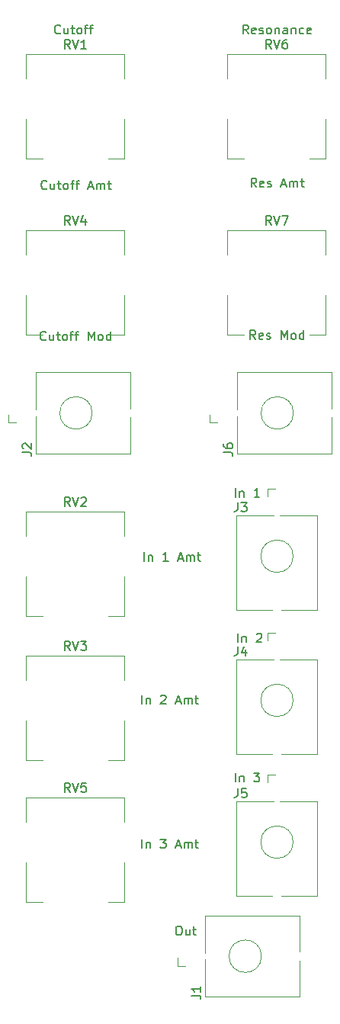
<source format=gbr>
G04 #@! TF.GenerationSoftware,KiCad,Pcbnew,(5.1.4-0-10_14)*
G04 #@! TF.CreationDate,2019-10-08T20:58:21-07:00*
G04 #@! TF.ProjectId,VCF_IO,5643465f-494f-42e6-9b69-6361645f7063,rev?*
G04 #@! TF.SameCoordinates,Original*
G04 #@! TF.FileFunction,Legend,Top*
G04 #@! TF.FilePolarity,Positive*
%FSLAX46Y46*%
G04 Gerber Fmt 4.6, Leading zero omitted, Abs format (unit mm)*
G04 Created by KiCad (PCBNEW (5.1.4-0-10_14)) date 2019-10-08 20:58:21*
%MOMM*%
%LPD*%
G04 APERTURE LIST*
%ADD10C,0.150000*%
%ADD11C,0.120000*%
G04 APERTURE END LIST*
D10*
X84002666Y-151598380D02*
X84193142Y-151598380D01*
X84288380Y-151646000D01*
X84383619Y-151741238D01*
X84431238Y-151931714D01*
X84431238Y-152265047D01*
X84383619Y-152455523D01*
X84288380Y-152550761D01*
X84193142Y-152598380D01*
X84002666Y-152598380D01*
X83907428Y-152550761D01*
X83812190Y-152455523D01*
X83764571Y-152265047D01*
X83764571Y-151931714D01*
X83812190Y-151741238D01*
X83907428Y-151646000D01*
X84002666Y-151598380D01*
X85288380Y-151931714D02*
X85288380Y-152598380D01*
X84859809Y-151931714D02*
X84859809Y-152455523D01*
X84907428Y-152550761D01*
X85002666Y-152598380D01*
X85145523Y-152598380D01*
X85240761Y-152550761D01*
X85288380Y-152503142D01*
X85621714Y-151931714D02*
X86002666Y-151931714D01*
X85764571Y-151598380D02*
X85764571Y-152455523D01*
X85812190Y-152550761D01*
X85907428Y-152598380D01*
X86002666Y-152598380D01*
X90384476Y-135580380D02*
X90384476Y-134580380D01*
X90860666Y-134913714D02*
X90860666Y-135580380D01*
X90860666Y-135008952D02*
X90908285Y-134961333D01*
X91003523Y-134913714D01*
X91146380Y-134913714D01*
X91241619Y-134961333D01*
X91289238Y-135056571D01*
X91289238Y-135580380D01*
X92432095Y-134580380D02*
X93051142Y-134580380D01*
X92717809Y-134961333D01*
X92860666Y-134961333D01*
X92955904Y-135008952D01*
X93003523Y-135056571D01*
X93051142Y-135151809D01*
X93051142Y-135389904D01*
X93003523Y-135485142D01*
X92955904Y-135532761D01*
X92860666Y-135580380D01*
X92574952Y-135580380D01*
X92479714Y-135532761D01*
X92432095Y-135485142D01*
X90638476Y-120086380D02*
X90638476Y-119086380D01*
X91114666Y-119419714D02*
X91114666Y-120086380D01*
X91114666Y-119514952D02*
X91162285Y-119467333D01*
X91257523Y-119419714D01*
X91400380Y-119419714D01*
X91495619Y-119467333D01*
X91543238Y-119562571D01*
X91543238Y-120086380D01*
X92733714Y-119181619D02*
X92781333Y-119134000D01*
X92876571Y-119086380D01*
X93114666Y-119086380D01*
X93209904Y-119134000D01*
X93257523Y-119181619D01*
X93305142Y-119276857D01*
X93305142Y-119372095D01*
X93257523Y-119514952D01*
X92686095Y-120086380D01*
X93305142Y-120086380D01*
X90384476Y-103957380D02*
X90384476Y-102957380D01*
X90860666Y-103290714D02*
X90860666Y-103957380D01*
X90860666Y-103385952D02*
X90908285Y-103338333D01*
X91003523Y-103290714D01*
X91146380Y-103290714D01*
X91241619Y-103338333D01*
X91289238Y-103433571D01*
X91289238Y-103957380D01*
X93051142Y-103957380D02*
X92479714Y-103957380D01*
X92765428Y-103957380D02*
X92765428Y-102957380D01*
X92670190Y-103100238D01*
X92574952Y-103195476D01*
X92479714Y-103243095D01*
X79986571Y-142946380D02*
X79986571Y-141946380D01*
X80462761Y-142279714D02*
X80462761Y-142946380D01*
X80462761Y-142374952D02*
X80510380Y-142327333D01*
X80605619Y-142279714D01*
X80748476Y-142279714D01*
X80843714Y-142327333D01*
X80891333Y-142422571D01*
X80891333Y-142946380D01*
X82034190Y-141946380D02*
X82653238Y-141946380D01*
X82319904Y-142327333D01*
X82462761Y-142327333D01*
X82558000Y-142374952D01*
X82605619Y-142422571D01*
X82653238Y-142517809D01*
X82653238Y-142755904D01*
X82605619Y-142851142D01*
X82558000Y-142898761D01*
X82462761Y-142946380D01*
X82177047Y-142946380D01*
X82081809Y-142898761D01*
X82034190Y-142851142D01*
X83796095Y-142660666D02*
X84272285Y-142660666D01*
X83700857Y-142946380D02*
X84034190Y-141946380D01*
X84367523Y-142946380D01*
X84700857Y-142946380D02*
X84700857Y-142279714D01*
X84700857Y-142374952D02*
X84748476Y-142327333D01*
X84843714Y-142279714D01*
X84986571Y-142279714D01*
X85081809Y-142327333D01*
X85129428Y-142422571D01*
X85129428Y-142946380D01*
X85129428Y-142422571D02*
X85177047Y-142327333D01*
X85272285Y-142279714D01*
X85415142Y-142279714D01*
X85510380Y-142327333D01*
X85558000Y-142422571D01*
X85558000Y-142946380D01*
X85891333Y-142279714D02*
X86272285Y-142279714D01*
X86034190Y-141946380D02*
X86034190Y-142803523D01*
X86081809Y-142898761D01*
X86177047Y-142946380D01*
X86272285Y-142946380D01*
X79986571Y-126944380D02*
X79986571Y-125944380D01*
X80462761Y-126277714D02*
X80462761Y-126944380D01*
X80462761Y-126372952D02*
X80510380Y-126325333D01*
X80605619Y-126277714D01*
X80748476Y-126277714D01*
X80843714Y-126325333D01*
X80891333Y-126420571D01*
X80891333Y-126944380D01*
X82081809Y-126039619D02*
X82129428Y-125992000D01*
X82224666Y-125944380D01*
X82462761Y-125944380D01*
X82558000Y-125992000D01*
X82605619Y-126039619D01*
X82653238Y-126134857D01*
X82653238Y-126230095D01*
X82605619Y-126372952D01*
X82034190Y-126944380D01*
X82653238Y-126944380D01*
X83796095Y-126658666D02*
X84272285Y-126658666D01*
X83700857Y-126944380D02*
X84034190Y-125944380D01*
X84367523Y-126944380D01*
X84700857Y-126944380D02*
X84700857Y-126277714D01*
X84700857Y-126372952D02*
X84748476Y-126325333D01*
X84843714Y-126277714D01*
X84986571Y-126277714D01*
X85081809Y-126325333D01*
X85129428Y-126420571D01*
X85129428Y-126944380D01*
X85129428Y-126420571D02*
X85177047Y-126325333D01*
X85272285Y-126277714D01*
X85415142Y-126277714D01*
X85510380Y-126325333D01*
X85558000Y-126420571D01*
X85558000Y-126944380D01*
X85891333Y-126277714D02*
X86272285Y-126277714D01*
X86034190Y-125944380D02*
X86034190Y-126801523D01*
X86081809Y-126896761D01*
X86177047Y-126944380D01*
X86272285Y-126944380D01*
X80240571Y-111069380D02*
X80240571Y-110069380D01*
X80716761Y-110402714D02*
X80716761Y-111069380D01*
X80716761Y-110497952D02*
X80764380Y-110450333D01*
X80859619Y-110402714D01*
X81002476Y-110402714D01*
X81097714Y-110450333D01*
X81145333Y-110545571D01*
X81145333Y-111069380D01*
X82907238Y-111069380D02*
X82335809Y-111069380D01*
X82621523Y-111069380D02*
X82621523Y-110069380D01*
X82526285Y-110212238D01*
X82431047Y-110307476D01*
X82335809Y-110355095D01*
X84050095Y-110783666D02*
X84526285Y-110783666D01*
X83954857Y-111069380D02*
X84288190Y-110069380D01*
X84621523Y-111069380D01*
X84954857Y-111069380D02*
X84954857Y-110402714D01*
X84954857Y-110497952D02*
X85002476Y-110450333D01*
X85097714Y-110402714D01*
X85240571Y-110402714D01*
X85335809Y-110450333D01*
X85383428Y-110545571D01*
X85383428Y-111069380D01*
X85383428Y-110545571D02*
X85431047Y-110450333D01*
X85526285Y-110402714D01*
X85669142Y-110402714D01*
X85764380Y-110450333D01*
X85812000Y-110545571D01*
X85812000Y-111069380D01*
X86145333Y-110402714D02*
X86526285Y-110402714D01*
X86288190Y-110069380D02*
X86288190Y-110926523D01*
X86335809Y-111021761D01*
X86431047Y-111069380D01*
X86526285Y-111069380D01*
X92615047Y-86431380D02*
X92281714Y-85955190D01*
X92043619Y-86431380D02*
X92043619Y-85431380D01*
X92424571Y-85431380D01*
X92519809Y-85479000D01*
X92567428Y-85526619D01*
X92615047Y-85621857D01*
X92615047Y-85764714D01*
X92567428Y-85859952D01*
X92519809Y-85907571D01*
X92424571Y-85955190D01*
X92043619Y-85955190D01*
X93424571Y-86383761D02*
X93329333Y-86431380D01*
X93138857Y-86431380D01*
X93043619Y-86383761D01*
X92996000Y-86288523D01*
X92996000Y-85907571D01*
X93043619Y-85812333D01*
X93138857Y-85764714D01*
X93329333Y-85764714D01*
X93424571Y-85812333D01*
X93472190Y-85907571D01*
X93472190Y-86002809D01*
X92996000Y-86098047D01*
X93853142Y-86383761D02*
X93948380Y-86431380D01*
X94138857Y-86431380D01*
X94234095Y-86383761D01*
X94281714Y-86288523D01*
X94281714Y-86240904D01*
X94234095Y-86145666D01*
X94138857Y-86098047D01*
X93996000Y-86098047D01*
X93900761Y-86050428D01*
X93853142Y-85955190D01*
X93853142Y-85907571D01*
X93900761Y-85812333D01*
X93996000Y-85764714D01*
X94138857Y-85764714D01*
X94234095Y-85812333D01*
X95472190Y-86431380D02*
X95472190Y-85431380D01*
X95805523Y-86145666D01*
X96138857Y-85431380D01*
X96138857Y-86431380D01*
X96757904Y-86431380D02*
X96662666Y-86383761D01*
X96615047Y-86336142D01*
X96567428Y-86240904D01*
X96567428Y-85955190D01*
X96615047Y-85859952D01*
X96662666Y-85812333D01*
X96757904Y-85764714D01*
X96900761Y-85764714D01*
X96996000Y-85812333D01*
X97043619Y-85859952D01*
X97091238Y-85955190D01*
X97091238Y-86240904D01*
X97043619Y-86336142D01*
X96996000Y-86383761D01*
X96900761Y-86431380D01*
X96757904Y-86431380D01*
X97948380Y-86431380D02*
X97948380Y-85431380D01*
X97948380Y-86383761D02*
X97853142Y-86431380D01*
X97662666Y-86431380D01*
X97567428Y-86383761D01*
X97519809Y-86336142D01*
X97472190Y-86240904D01*
X97472190Y-85955190D01*
X97519809Y-85859952D01*
X97567428Y-85812333D01*
X97662666Y-85764714D01*
X97853142Y-85764714D01*
X97948380Y-85812333D01*
X92710285Y-69540380D02*
X92376952Y-69064190D01*
X92138857Y-69540380D02*
X92138857Y-68540380D01*
X92519809Y-68540380D01*
X92615047Y-68588000D01*
X92662666Y-68635619D01*
X92710285Y-68730857D01*
X92710285Y-68873714D01*
X92662666Y-68968952D01*
X92615047Y-69016571D01*
X92519809Y-69064190D01*
X92138857Y-69064190D01*
X93519809Y-69492761D02*
X93424571Y-69540380D01*
X93234095Y-69540380D01*
X93138857Y-69492761D01*
X93091238Y-69397523D01*
X93091238Y-69016571D01*
X93138857Y-68921333D01*
X93234095Y-68873714D01*
X93424571Y-68873714D01*
X93519809Y-68921333D01*
X93567428Y-69016571D01*
X93567428Y-69111809D01*
X93091238Y-69207047D01*
X93948380Y-69492761D02*
X94043619Y-69540380D01*
X94234095Y-69540380D01*
X94329333Y-69492761D01*
X94376952Y-69397523D01*
X94376952Y-69349904D01*
X94329333Y-69254666D01*
X94234095Y-69207047D01*
X94091238Y-69207047D01*
X93996000Y-69159428D01*
X93948380Y-69064190D01*
X93948380Y-69016571D01*
X93996000Y-68921333D01*
X94091238Y-68873714D01*
X94234095Y-68873714D01*
X94329333Y-68921333D01*
X95519809Y-69254666D02*
X95996000Y-69254666D01*
X95424571Y-69540380D02*
X95757904Y-68540380D01*
X96091238Y-69540380D01*
X96424571Y-69540380D02*
X96424571Y-68873714D01*
X96424571Y-68968952D02*
X96472190Y-68921333D01*
X96567428Y-68873714D01*
X96710285Y-68873714D01*
X96805523Y-68921333D01*
X96853142Y-69016571D01*
X96853142Y-69540380D01*
X96853142Y-69016571D02*
X96900761Y-68921333D01*
X96996000Y-68873714D01*
X97138857Y-68873714D01*
X97234095Y-68921333D01*
X97281714Y-69016571D01*
X97281714Y-69540380D01*
X97615047Y-68873714D02*
X97996000Y-68873714D01*
X97757904Y-68540380D02*
X97757904Y-69397523D01*
X97805523Y-69492761D01*
X97900761Y-69540380D01*
X97996000Y-69540380D01*
X91805523Y-52522380D02*
X91472190Y-52046190D01*
X91234095Y-52522380D02*
X91234095Y-51522380D01*
X91615047Y-51522380D01*
X91710285Y-51570000D01*
X91757904Y-51617619D01*
X91805523Y-51712857D01*
X91805523Y-51855714D01*
X91757904Y-51950952D01*
X91710285Y-51998571D01*
X91615047Y-52046190D01*
X91234095Y-52046190D01*
X92615047Y-52474761D02*
X92519809Y-52522380D01*
X92329333Y-52522380D01*
X92234095Y-52474761D01*
X92186476Y-52379523D01*
X92186476Y-51998571D01*
X92234095Y-51903333D01*
X92329333Y-51855714D01*
X92519809Y-51855714D01*
X92615047Y-51903333D01*
X92662666Y-51998571D01*
X92662666Y-52093809D01*
X92186476Y-52189047D01*
X93043619Y-52474761D02*
X93138857Y-52522380D01*
X93329333Y-52522380D01*
X93424571Y-52474761D01*
X93472190Y-52379523D01*
X93472190Y-52331904D01*
X93424571Y-52236666D01*
X93329333Y-52189047D01*
X93186476Y-52189047D01*
X93091238Y-52141428D01*
X93043619Y-52046190D01*
X93043619Y-51998571D01*
X93091238Y-51903333D01*
X93186476Y-51855714D01*
X93329333Y-51855714D01*
X93424571Y-51903333D01*
X94043619Y-52522380D02*
X93948380Y-52474761D01*
X93900761Y-52427142D01*
X93853142Y-52331904D01*
X93853142Y-52046190D01*
X93900761Y-51950952D01*
X93948380Y-51903333D01*
X94043619Y-51855714D01*
X94186476Y-51855714D01*
X94281714Y-51903333D01*
X94329333Y-51950952D01*
X94376952Y-52046190D01*
X94376952Y-52331904D01*
X94329333Y-52427142D01*
X94281714Y-52474761D01*
X94186476Y-52522380D01*
X94043619Y-52522380D01*
X94805523Y-51855714D02*
X94805523Y-52522380D01*
X94805523Y-51950952D02*
X94853142Y-51903333D01*
X94948380Y-51855714D01*
X95091238Y-51855714D01*
X95186476Y-51903333D01*
X95234095Y-51998571D01*
X95234095Y-52522380D01*
X96138857Y-52522380D02*
X96138857Y-51998571D01*
X96091238Y-51903333D01*
X95996000Y-51855714D01*
X95805523Y-51855714D01*
X95710285Y-51903333D01*
X96138857Y-52474761D02*
X96043619Y-52522380D01*
X95805523Y-52522380D01*
X95710285Y-52474761D01*
X95662666Y-52379523D01*
X95662666Y-52284285D01*
X95710285Y-52189047D01*
X95805523Y-52141428D01*
X96043619Y-52141428D01*
X96138857Y-52093809D01*
X96615047Y-51855714D02*
X96615047Y-52522380D01*
X96615047Y-51950952D02*
X96662666Y-51903333D01*
X96757904Y-51855714D01*
X96900761Y-51855714D01*
X96996000Y-51903333D01*
X97043619Y-51998571D01*
X97043619Y-52522380D01*
X97948380Y-52474761D02*
X97853142Y-52522380D01*
X97662666Y-52522380D01*
X97567428Y-52474761D01*
X97519809Y-52427142D01*
X97472190Y-52331904D01*
X97472190Y-52046190D01*
X97519809Y-51950952D01*
X97567428Y-51903333D01*
X97662666Y-51855714D01*
X97853142Y-51855714D01*
X97948380Y-51903333D01*
X98757904Y-52474761D02*
X98662666Y-52522380D01*
X98472190Y-52522380D01*
X98376952Y-52474761D01*
X98329333Y-52379523D01*
X98329333Y-51998571D01*
X98376952Y-51903333D01*
X98472190Y-51855714D01*
X98662666Y-51855714D01*
X98757904Y-51903333D01*
X98805523Y-51998571D01*
X98805523Y-52093809D01*
X98329333Y-52189047D01*
X69334476Y-86463142D02*
X69286857Y-86510761D01*
X69144000Y-86558380D01*
X69048761Y-86558380D01*
X68905904Y-86510761D01*
X68810666Y-86415523D01*
X68763047Y-86320285D01*
X68715428Y-86129809D01*
X68715428Y-85986952D01*
X68763047Y-85796476D01*
X68810666Y-85701238D01*
X68905904Y-85606000D01*
X69048761Y-85558380D01*
X69144000Y-85558380D01*
X69286857Y-85606000D01*
X69334476Y-85653619D01*
X70191619Y-85891714D02*
X70191619Y-86558380D01*
X69763047Y-85891714D02*
X69763047Y-86415523D01*
X69810666Y-86510761D01*
X69905904Y-86558380D01*
X70048761Y-86558380D01*
X70144000Y-86510761D01*
X70191619Y-86463142D01*
X70524952Y-85891714D02*
X70905904Y-85891714D01*
X70667809Y-85558380D02*
X70667809Y-86415523D01*
X70715428Y-86510761D01*
X70810666Y-86558380D01*
X70905904Y-86558380D01*
X71382095Y-86558380D02*
X71286857Y-86510761D01*
X71239238Y-86463142D01*
X71191619Y-86367904D01*
X71191619Y-86082190D01*
X71239238Y-85986952D01*
X71286857Y-85939333D01*
X71382095Y-85891714D01*
X71524952Y-85891714D01*
X71620190Y-85939333D01*
X71667809Y-85986952D01*
X71715428Y-86082190D01*
X71715428Y-86367904D01*
X71667809Y-86463142D01*
X71620190Y-86510761D01*
X71524952Y-86558380D01*
X71382095Y-86558380D01*
X72001142Y-85891714D02*
X72382095Y-85891714D01*
X72144000Y-86558380D02*
X72144000Y-85701238D01*
X72191619Y-85606000D01*
X72286857Y-85558380D01*
X72382095Y-85558380D01*
X72572571Y-85891714D02*
X72953523Y-85891714D01*
X72715428Y-86558380D02*
X72715428Y-85701238D01*
X72763047Y-85606000D01*
X72858285Y-85558380D01*
X72953523Y-85558380D01*
X74048761Y-86558380D02*
X74048761Y-85558380D01*
X74382095Y-86272666D01*
X74715428Y-85558380D01*
X74715428Y-86558380D01*
X75334476Y-86558380D02*
X75239238Y-86510761D01*
X75191619Y-86463142D01*
X75144000Y-86367904D01*
X75144000Y-86082190D01*
X75191619Y-85986952D01*
X75239238Y-85939333D01*
X75334476Y-85891714D01*
X75477333Y-85891714D01*
X75572571Y-85939333D01*
X75620190Y-85986952D01*
X75667809Y-86082190D01*
X75667809Y-86367904D01*
X75620190Y-86463142D01*
X75572571Y-86510761D01*
X75477333Y-86558380D01*
X75334476Y-86558380D01*
X76524952Y-86558380D02*
X76524952Y-85558380D01*
X76524952Y-86510761D02*
X76429714Y-86558380D01*
X76239238Y-86558380D01*
X76144000Y-86510761D01*
X76096380Y-86463142D01*
X76048761Y-86367904D01*
X76048761Y-86082190D01*
X76096380Y-85986952D01*
X76144000Y-85939333D01*
X76239238Y-85891714D01*
X76429714Y-85891714D01*
X76524952Y-85939333D01*
X69429714Y-69699142D02*
X69382095Y-69746761D01*
X69239238Y-69794380D01*
X69144000Y-69794380D01*
X69001142Y-69746761D01*
X68905904Y-69651523D01*
X68858285Y-69556285D01*
X68810666Y-69365809D01*
X68810666Y-69222952D01*
X68858285Y-69032476D01*
X68905904Y-68937238D01*
X69001142Y-68842000D01*
X69144000Y-68794380D01*
X69239238Y-68794380D01*
X69382095Y-68842000D01*
X69429714Y-68889619D01*
X70286857Y-69127714D02*
X70286857Y-69794380D01*
X69858285Y-69127714D02*
X69858285Y-69651523D01*
X69905904Y-69746761D01*
X70001142Y-69794380D01*
X70144000Y-69794380D01*
X70239238Y-69746761D01*
X70286857Y-69699142D01*
X70620190Y-69127714D02*
X71001142Y-69127714D01*
X70763047Y-68794380D02*
X70763047Y-69651523D01*
X70810666Y-69746761D01*
X70905904Y-69794380D01*
X71001142Y-69794380D01*
X71477333Y-69794380D02*
X71382095Y-69746761D01*
X71334476Y-69699142D01*
X71286857Y-69603904D01*
X71286857Y-69318190D01*
X71334476Y-69222952D01*
X71382095Y-69175333D01*
X71477333Y-69127714D01*
X71620190Y-69127714D01*
X71715428Y-69175333D01*
X71763047Y-69222952D01*
X71810666Y-69318190D01*
X71810666Y-69603904D01*
X71763047Y-69699142D01*
X71715428Y-69746761D01*
X71620190Y-69794380D01*
X71477333Y-69794380D01*
X72096380Y-69127714D02*
X72477333Y-69127714D01*
X72239238Y-69794380D02*
X72239238Y-68937238D01*
X72286857Y-68842000D01*
X72382095Y-68794380D01*
X72477333Y-68794380D01*
X72667809Y-69127714D02*
X73048761Y-69127714D01*
X72810666Y-69794380D02*
X72810666Y-68937238D01*
X72858285Y-68842000D01*
X72953523Y-68794380D01*
X73048761Y-68794380D01*
X74096380Y-69508666D02*
X74572571Y-69508666D01*
X74001142Y-69794380D02*
X74334476Y-68794380D01*
X74667809Y-69794380D01*
X75001142Y-69794380D02*
X75001142Y-69127714D01*
X75001142Y-69222952D02*
X75048761Y-69175333D01*
X75144000Y-69127714D01*
X75286857Y-69127714D01*
X75382095Y-69175333D01*
X75429714Y-69270571D01*
X75429714Y-69794380D01*
X75429714Y-69270571D02*
X75477333Y-69175333D01*
X75572571Y-69127714D01*
X75715428Y-69127714D01*
X75810666Y-69175333D01*
X75858285Y-69270571D01*
X75858285Y-69794380D01*
X76191619Y-69127714D02*
X76572571Y-69127714D01*
X76334476Y-68794380D02*
X76334476Y-69651523D01*
X76382095Y-69746761D01*
X76477333Y-69794380D01*
X76572571Y-69794380D01*
X70937619Y-52427142D02*
X70890000Y-52474761D01*
X70747142Y-52522380D01*
X70651904Y-52522380D01*
X70509047Y-52474761D01*
X70413809Y-52379523D01*
X70366190Y-52284285D01*
X70318571Y-52093809D01*
X70318571Y-51950952D01*
X70366190Y-51760476D01*
X70413809Y-51665238D01*
X70509047Y-51570000D01*
X70651904Y-51522380D01*
X70747142Y-51522380D01*
X70890000Y-51570000D01*
X70937619Y-51617619D01*
X71794761Y-51855714D02*
X71794761Y-52522380D01*
X71366190Y-51855714D02*
X71366190Y-52379523D01*
X71413809Y-52474761D01*
X71509047Y-52522380D01*
X71651904Y-52522380D01*
X71747142Y-52474761D01*
X71794761Y-52427142D01*
X72128095Y-51855714D02*
X72509047Y-51855714D01*
X72270952Y-51522380D02*
X72270952Y-52379523D01*
X72318571Y-52474761D01*
X72413809Y-52522380D01*
X72509047Y-52522380D01*
X72985238Y-52522380D02*
X72890000Y-52474761D01*
X72842380Y-52427142D01*
X72794761Y-52331904D01*
X72794761Y-52046190D01*
X72842380Y-51950952D01*
X72890000Y-51903333D01*
X72985238Y-51855714D01*
X73128095Y-51855714D01*
X73223333Y-51903333D01*
X73270952Y-51950952D01*
X73318571Y-52046190D01*
X73318571Y-52331904D01*
X73270952Y-52427142D01*
X73223333Y-52474761D01*
X73128095Y-52522380D01*
X72985238Y-52522380D01*
X73604285Y-51855714D02*
X73985238Y-51855714D01*
X73747142Y-52522380D02*
X73747142Y-51665238D01*
X73794761Y-51570000D01*
X73890000Y-51522380D01*
X73985238Y-51522380D01*
X74175714Y-51855714D02*
X74556666Y-51855714D01*
X74318571Y-52522380D02*
X74318571Y-51665238D01*
X74366190Y-51570000D01*
X74461428Y-51522380D01*
X74556666Y-51522380D01*
D11*
X83990000Y-156000000D02*
X83990000Y-155140000D01*
X83990000Y-156000000D02*
X84790000Y-156000000D01*
X93270000Y-154940000D02*
G75*
G03X93270000Y-154940000I-1800000J0D01*
G01*
X86970000Y-155290000D02*
X86970000Y-159440000D01*
X86970000Y-150440000D02*
X86970000Y-154590000D01*
X97470000Y-155440000D02*
X97470000Y-159440000D01*
X97470000Y-150440000D02*
X97470000Y-154440000D01*
X86970000Y-150440000D02*
X97470000Y-150440000D01*
X86970000Y-159440000D02*
X97470000Y-159440000D01*
X68174000Y-99115000D02*
X78674000Y-99115000D01*
X68174000Y-90115000D02*
X78674000Y-90115000D01*
X78674000Y-90115000D02*
X78674000Y-94115000D01*
X78674000Y-95115000D02*
X78674000Y-99115000D01*
X68174000Y-90115000D02*
X68174000Y-94265000D01*
X68174000Y-94965000D02*
X68174000Y-99115000D01*
X74474000Y-94615000D02*
G75*
G03X74474000Y-94615000I-1800000J0D01*
G01*
X65194000Y-95675000D02*
X65994000Y-95675000D01*
X65194000Y-95675000D02*
X65194000Y-94815000D01*
X90496000Y-106020000D02*
X90496000Y-116520000D01*
X99496000Y-106020000D02*
X99496000Y-116520000D01*
X99496000Y-116520000D02*
X95496000Y-116520000D01*
X94496000Y-116520000D02*
X90496000Y-116520000D01*
X99496000Y-106020000D02*
X95346000Y-106020000D01*
X94646000Y-106020000D02*
X90496000Y-106020000D01*
X96796000Y-110520000D02*
G75*
G03X96796000Y-110520000I-1800000J0D01*
G01*
X93936000Y-103040000D02*
X93936000Y-103840000D01*
X93936000Y-103040000D02*
X94796000Y-103040000D01*
X93936000Y-119042000D02*
X94796000Y-119042000D01*
X93936000Y-119042000D02*
X93936000Y-119842000D01*
X96796000Y-126522000D02*
G75*
G03X96796000Y-126522000I-1800000J0D01*
G01*
X94646000Y-122022000D02*
X90496000Y-122022000D01*
X99496000Y-122022000D02*
X95346000Y-122022000D01*
X94496000Y-132522000D02*
X90496000Y-132522000D01*
X99496000Y-132522000D02*
X95496000Y-132522000D01*
X99496000Y-122022000D02*
X99496000Y-132522000D01*
X90496000Y-122022000D02*
X90496000Y-132522000D01*
X90496000Y-137770000D02*
X90496000Y-148270000D01*
X99496000Y-137770000D02*
X99496000Y-148270000D01*
X99496000Y-148270000D02*
X95496000Y-148270000D01*
X94496000Y-148270000D02*
X90496000Y-148270000D01*
X99496000Y-137770000D02*
X95346000Y-137770000D01*
X94646000Y-137770000D02*
X90496000Y-137770000D01*
X96796000Y-142270000D02*
G75*
G03X96796000Y-142270000I-1800000J0D01*
G01*
X93936000Y-134790000D02*
X93936000Y-135590000D01*
X93936000Y-134790000D02*
X94796000Y-134790000D01*
X87546000Y-95675000D02*
X87546000Y-94815000D01*
X87546000Y-95675000D02*
X88346000Y-95675000D01*
X96826000Y-94615000D02*
G75*
G03X96826000Y-94615000I-1800000J0D01*
G01*
X90526000Y-94965000D02*
X90526000Y-99115000D01*
X90526000Y-90115000D02*
X90526000Y-94265000D01*
X101026000Y-95115000D02*
X101026000Y-99115000D01*
X101026000Y-90115000D02*
X101026000Y-94115000D01*
X90526000Y-90115000D02*
X101026000Y-90115000D01*
X90526000Y-99115000D02*
X101026000Y-99115000D01*
X78074000Y-54740000D02*
X78074000Y-57460000D01*
X78074000Y-61960000D02*
X78074000Y-66330000D01*
X67134000Y-61960000D02*
X67134000Y-66330000D01*
X68954000Y-66330000D02*
X67134000Y-66330000D01*
X78074000Y-54740000D02*
X67134000Y-54740000D01*
X67134000Y-54740000D02*
X67134000Y-57460000D01*
X78074000Y-66330000D02*
X76254000Y-66330000D01*
X78074000Y-117130000D02*
X76254000Y-117130000D01*
X67134000Y-105540000D02*
X67134000Y-108260000D01*
X78074000Y-105540000D02*
X67134000Y-105540000D01*
X68954000Y-117130000D02*
X67134000Y-117130000D01*
X67134000Y-112760000D02*
X67134000Y-117130000D01*
X78074000Y-112760000D02*
X78074000Y-117130000D01*
X78074000Y-105540000D02*
X78074000Y-108260000D01*
X78074000Y-121542000D02*
X78074000Y-124262000D01*
X78074000Y-128762000D02*
X78074000Y-133132000D01*
X67134000Y-128762000D02*
X67134000Y-133132000D01*
X68954000Y-133132000D02*
X67134000Y-133132000D01*
X78074000Y-121542000D02*
X67134000Y-121542000D01*
X67134000Y-121542000D02*
X67134000Y-124262000D01*
X78074000Y-133132000D02*
X76254000Y-133132000D01*
X78074000Y-85888000D02*
X76254000Y-85888000D01*
X67134000Y-74298000D02*
X67134000Y-77018000D01*
X78074000Y-74298000D02*
X67134000Y-74298000D01*
X68954000Y-85888000D02*
X67134000Y-85888000D01*
X67134000Y-81518000D02*
X67134000Y-85888000D01*
X78074000Y-81518000D02*
X78074000Y-85888000D01*
X78074000Y-74298000D02*
X78074000Y-77018000D01*
X78074000Y-148880000D02*
X76254000Y-148880000D01*
X67134000Y-137290000D02*
X67134000Y-140010000D01*
X78074000Y-137290000D02*
X67134000Y-137290000D01*
X68954000Y-148880000D02*
X67134000Y-148880000D01*
X67134000Y-144510000D02*
X67134000Y-148880000D01*
X78074000Y-144510000D02*
X78074000Y-148880000D01*
X78074000Y-137290000D02*
X78074000Y-140010000D01*
X100426000Y-66330000D02*
X98606000Y-66330000D01*
X89486000Y-54740000D02*
X89486000Y-57460000D01*
X100426000Y-54740000D02*
X89486000Y-54740000D01*
X91306000Y-66330000D02*
X89486000Y-66330000D01*
X89486000Y-61960000D02*
X89486000Y-66330000D01*
X100426000Y-61960000D02*
X100426000Y-66330000D01*
X100426000Y-54740000D02*
X100426000Y-57460000D01*
X100426000Y-74298000D02*
X100426000Y-77018000D01*
X100426000Y-81518000D02*
X100426000Y-85888000D01*
X89486000Y-81518000D02*
X89486000Y-85888000D01*
X91306000Y-85888000D02*
X89486000Y-85888000D01*
X100426000Y-74298000D02*
X89486000Y-74298000D01*
X89486000Y-74298000D02*
X89486000Y-77018000D01*
X100426000Y-85888000D02*
X98606000Y-85888000D01*
D10*
X85522380Y-159303333D02*
X86236666Y-159303333D01*
X86379523Y-159350952D01*
X86474761Y-159446190D01*
X86522380Y-159589047D01*
X86522380Y-159684285D01*
X86522380Y-158303333D02*
X86522380Y-158874761D01*
X86522380Y-158589047D02*
X85522380Y-158589047D01*
X85665238Y-158684285D01*
X85760476Y-158779523D01*
X85808095Y-158874761D01*
X66726380Y-98978333D02*
X67440666Y-98978333D01*
X67583523Y-99025952D01*
X67678761Y-99121190D01*
X67726380Y-99264047D01*
X67726380Y-99359285D01*
X66821619Y-98549761D02*
X66774000Y-98502142D01*
X66726380Y-98406904D01*
X66726380Y-98168809D01*
X66774000Y-98073571D01*
X66821619Y-98025952D01*
X66916857Y-97978333D01*
X67012095Y-97978333D01*
X67154952Y-98025952D01*
X67726380Y-98597380D01*
X67726380Y-97978333D01*
X90632666Y-104572380D02*
X90632666Y-105286666D01*
X90585047Y-105429523D01*
X90489809Y-105524761D01*
X90346952Y-105572380D01*
X90251714Y-105572380D01*
X91013619Y-104572380D02*
X91632666Y-104572380D01*
X91299333Y-104953333D01*
X91442190Y-104953333D01*
X91537428Y-105000952D01*
X91585047Y-105048571D01*
X91632666Y-105143809D01*
X91632666Y-105381904D01*
X91585047Y-105477142D01*
X91537428Y-105524761D01*
X91442190Y-105572380D01*
X91156476Y-105572380D01*
X91061238Y-105524761D01*
X91013619Y-105477142D01*
X90632666Y-120574380D02*
X90632666Y-121288666D01*
X90585047Y-121431523D01*
X90489809Y-121526761D01*
X90346952Y-121574380D01*
X90251714Y-121574380D01*
X91537428Y-120907714D02*
X91537428Y-121574380D01*
X91299333Y-120526761D02*
X91061238Y-121241047D01*
X91680285Y-121241047D01*
X90632666Y-136322380D02*
X90632666Y-137036666D01*
X90585047Y-137179523D01*
X90489809Y-137274761D01*
X90346952Y-137322380D01*
X90251714Y-137322380D01*
X91585047Y-136322380D02*
X91108857Y-136322380D01*
X91061238Y-136798571D01*
X91108857Y-136750952D01*
X91204095Y-136703333D01*
X91442190Y-136703333D01*
X91537428Y-136750952D01*
X91585047Y-136798571D01*
X91632666Y-136893809D01*
X91632666Y-137131904D01*
X91585047Y-137227142D01*
X91537428Y-137274761D01*
X91442190Y-137322380D01*
X91204095Y-137322380D01*
X91108857Y-137274761D01*
X91061238Y-137227142D01*
X89078380Y-98978333D02*
X89792666Y-98978333D01*
X89935523Y-99025952D01*
X90030761Y-99121190D01*
X90078380Y-99264047D01*
X90078380Y-99359285D01*
X89078380Y-98073571D02*
X89078380Y-98264047D01*
X89126000Y-98359285D01*
X89173619Y-98406904D01*
X89316476Y-98502142D01*
X89506952Y-98549761D01*
X89887904Y-98549761D01*
X89983142Y-98502142D01*
X90030761Y-98454523D01*
X90078380Y-98359285D01*
X90078380Y-98168809D01*
X90030761Y-98073571D01*
X89983142Y-98025952D01*
X89887904Y-97978333D01*
X89649809Y-97978333D01*
X89554571Y-98025952D01*
X89506952Y-98073571D01*
X89459333Y-98168809D01*
X89459333Y-98359285D01*
X89506952Y-98454523D01*
X89554571Y-98502142D01*
X89649809Y-98549761D01*
X72008761Y-54162380D02*
X71675428Y-53686190D01*
X71437333Y-54162380D02*
X71437333Y-53162380D01*
X71818285Y-53162380D01*
X71913523Y-53210000D01*
X71961142Y-53257619D01*
X72008761Y-53352857D01*
X72008761Y-53495714D01*
X71961142Y-53590952D01*
X71913523Y-53638571D01*
X71818285Y-53686190D01*
X71437333Y-53686190D01*
X72294476Y-53162380D02*
X72627809Y-54162380D01*
X72961142Y-53162380D01*
X73818285Y-54162380D02*
X73246857Y-54162380D01*
X73532571Y-54162380D02*
X73532571Y-53162380D01*
X73437333Y-53305238D01*
X73342095Y-53400476D01*
X73246857Y-53448095D01*
X72008761Y-104962380D02*
X71675428Y-104486190D01*
X71437333Y-104962380D02*
X71437333Y-103962380D01*
X71818285Y-103962380D01*
X71913523Y-104010000D01*
X71961142Y-104057619D01*
X72008761Y-104152857D01*
X72008761Y-104295714D01*
X71961142Y-104390952D01*
X71913523Y-104438571D01*
X71818285Y-104486190D01*
X71437333Y-104486190D01*
X72294476Y-103962380D02*
X72627809Y-104962380D01*
X72961142Y-103962380D01*
X73246857Y-104057619D02*
X73294476Y-104010000D01*
X73389714Y-103962380D01*
X73627809Y-103962380D01*
X73723047Y-104010000D01*
X73770666Y-104057619D01*
X73818285Y-104152857D01*
X73818285Y-104248095D01*
X73770666Y-104390952D01*
X73199238Y-104962380D01*
X73818285Y-104962380D01*
X72008761Y-120964380D02*
X71675428Y-120488190D01*
X71437333Y-120964380D02*
X71437333Y-119964380D01*
X71818285Y-119964380D01*
X71913523Y-120012000D01*
X71961142Y-120059619D01*
X72008761Y-120154857D01*
X72008761Y-120297714D01*
X71961142Y-120392952D01*
X71913523Y-120440571D01*
X71818285Y-120488190D01*
X71437333Y-120488190D01*
X72294476Y-119964380D02*
X72627809Y-120964380D01*
X72961142Y-119964380D01*
X73199238Y-119964380D02*
X73818285Y-119964380D01*
X73484952Y-120345333D01*
X73627809Y-120345333D01*
X73723047Y-120392952D01*
X73770666Y-120440571D01*
X73818285Y-120535809D01*
X73818285Y-120773904D01*
X73770666Y-120869142D01*
X73723047Y-120916761D01*
X73627809Y-120964380D01*
X73342095Y-120964380D01*
X73246857Y-120916761D01*
X73199238Y-120869142D01*
X72008761Y-73720380D02*
X71675428Y-73244190D01*
X71437333Y-73720380D02*
X71437333Y-72720380D01*
X71818285Y-72720380D01*
X71913523Y-72768000D01*
X71961142Y-72815619D01*
X72008761Y-72910857D01*
X72008761Y-73053714D01*
X71961142Y-73148952D01*
X71913523Y-73196571D01*
X71818285Y-73244190D01*
X71437333Y-73244190D01*
X72294476Y-72720380D02*
X72627809Y-73720380D01*
X72961142Y-72720380D01*
X73723047Y-73053714D02*
X73723047Y-73720380D01*
X73484952Y-72672761D02*
X73246857Y-73387047D01*
X73865904Y-73387047D01*
X72008761Y-136712380D02*
X71675428Y-136236190D01*
X71437333Y-136712380D02*
X71437333Y-135712380D01*
X71818285Y-135712380D01*
X71913523Y-135760000D01*
X71961142Y-135807619D01*
X72008761Y-135902857D01*
X72008761Y-136045714D01*
X71961142Y-136140952D01*
X71913523Y-136188571D01*
X71818285Y-136236190D01*
X71437333Y-136236190D01*
X72294476Y-135712380D02*
X72627809Y-136712380D01*
X72961142Y-135712380D01*
X73770666Y-135712380D02*
X73294476Y-135712380D01*
X73246857Y-136188571D01*
X73294476Y-136140952D01*
X73389714Y-136093333D01*
X73627809Y-136093333D01*
X73723047Y-136140952D01*
X73770666Y-136188571D01*
X73818285Y-136283809D01*
X73818285Y-136521904D01*
X73770666Y-136617142D01*
X73723047Y-136664761D01*
X73627809Y-136712380D01*
X73389714Y-136712380D01*
X73294476Y-136664761D01*
X73246857Y-136617142D01*
X94360761Y-54162380D02*
X94027428Y-53686190D01*
X93789333Y-54162380D02*
X93789333Y-53162380D01*
X94170285Y-53162380D01*
X94265523Y-53210000D01*
X94313142Y-53257619D01*
X94360761Y-53352857D01*
X94360761Y-53495714D01*
X94313142Y-53590952D01*
X94265523Y-53638571D01*
X94170285Y-53686190D01*
X93789333Y-53686190D01*
X94646476Y-53162380D02*
X94979809Y-54162380D01*
X95313142Y-53162380D01*
X96075047Y-53162380D02*
X95884571Y-53162380D01*
X95789333Y-53210000D01*
X95741714Y-53257619D01*
X95646476Y-53400476D01*
X95598857Y-53590952D01*
X95598857Y-53971904D01*
X95646476Y-54067142D01*
X95694095Y-54114761D01*
X95789333Y-54162380D01*
X95979809Y-54162380D01*
X96075047Y-54114761D01*
X96122666Y-54067142D01*
X96170285Y-53971904D01*
X96170285Y-53733809D01*
X96122666Y-53638571D01*
X96075047Y-53590952D01*
X95979809Y-53543333D01*
X95789333Y-53543333D01*
X95694095Y-53590952D01*
X95646476Y-53638571D01*
X95598857Y-53733809D01*
X94360761Y-73720380D02*
X94027428Y-73244190D01*
X93789333Y-73720380D02*
X93789333Y-72720380D01*
X94170285Y-72720380D01*
X94265523Y-72768000D01*
X94313142Y-72815619D01*
X94360761Y-72910857D01*
X94360761Y-73053714D01*
X94313142Y-73148952D01*
X94265523Y-73196571D01*
X94170285Y-73244190D01*
X93789333Y-73244190D01*
X94646476Y-72720380D02*
X94979809Y-73720380D01*
X95313142Y-72720380D01*
X95551238Y-72720380D02*
X96217904Y-72720380D01*
X95789333Y-73720380D01*
M02*

</source>
